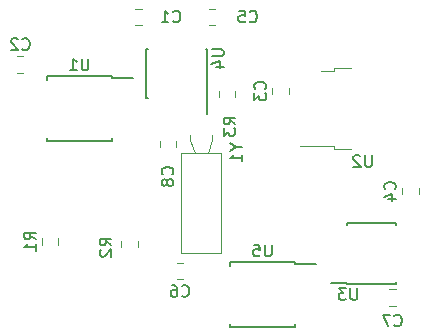
<source format=gbr>
G04 #@! TF.GenerationSoftware,KiCad,Pcbnew,(5.0.2)-1*
G04 #@! TF.CreationDate,2020-09-06T16:48:15+01:00*
G04 #@! TF.ProjectId,temperature-logger,74656d70-6572-4617-9475-72652d6c6f67,rev?*
G04 #@! TF.SameCoordinates,Original*
G04 #@! TF.FileFunction,Legend,Bot*
G04 #@! TF.FilePolarity,Positive*
%FSLAX46Y46*%
G04 Gerber Fmt 4.6, Leading zero omitted, Abs format (unit mm)*
G04 Created by KiCad (PCBNEW (5.0.2)-1) date 06/09/2020 16:48:15*
%MOMM*%
%LPD*%
G01*
G04 APERTURE LIST*
%ADD10C,0.120000*%
%ADD11C,0.150000*%
G04 APERTURE END LIST*
D10*
G04 #@! TO.C,C7*
X115761252Y-105290000D02*
X115238748Y-105290000D01*
X115761252Y-106710000D02*
X115238748Y-106710000D01*
G04 #@! TO.C,R3*
X102210000Y-89011252D02*
X102210000Y-88488748D01*
X100790000Y-89011252D02*
X100790000Y-88488748D01*
G04 #@! TO.C,C8*
X95790000Y-92738748D02*
X95790000Y-93261252D01*
X97210000Y-92738748D02*
X97210000Y-93261252D01*
D11*
G04 #@! TO.C,U3*
X111675000Y-104775000D02*
X110275000Y-104775000D01*
X111675000Y-99675000D02*
X115825000Y-99675000D01*
X111675000Y-104825000D02*
X115825000Y-104825000D01*
X111675000Y-99675000D02*
X111675000Y-99820000D01*
X115825000Y-99675000D02*
X115825000Y-99820000D01*
X115825000Y-104825000D02*
X115825000Y-104680000D01*
X111675000Y-104825000D02*
X111675000Y-104775000D01*
D10*
G04 #@! TO.C,C1*
X93738748Y-81540000D02*
X94261252Y-81540000D01*
X93738748Y-82960000D02*
X94261252Y-82960000D01*
G04 #@! TO.C,C2*
X84261252Y-85540000D02*
X83738748Y-85540000D01*
X84261252Y-86960000D02*
X83738748Y-86960000D01*
G04 #@! TO.C,C3*
X106710000Y-88238748D02*
X106710000Y-88761252D01*
X105290000Y-88238748D02*
X105290000Y-88761252D01*
G04 #@! TO.C,C4*
X117710000Y-96738748D02*
X117710000Y-97261252D01*
X116290000Y-96738748D02*
X116290000Y-97261252D01*
G04 #@! TO.C,C5*
X99988748Y-82960000D02*
X100511252Y-82960000D01*
X99988748Y-81540000D02*
X100511252Y-81540000D01*
G04 #@! TO.C,C6*
X97761252Y-104460000D02*
X97238748Y-104460000D01*
X97761252Y-103040000D02*
X97238748Y-103040000D01*
G04 #@! TO.C,R1*
X85790000Y-100988748D02*
X85790000Y-101511252D01*
X87210000Y-100988748D02*
X87210000Y-101511252D01*
G04 #@! TO.C,R2*
X93960000Y-101238748D02*
X93960000Y-101761252D01*
X92540000Y-101238748D02*
X92540000Y-101761252D01*
D11*
G04 #@! TO.C,U1*
X91750000Y-87450000D02*
X93500000Y-87450000D01*
X91750000Y-92755000D02*
X86250000Y-92755000D01*
X91750000Y-87245000D02*
X86250000Y-87245000D01*
X91750000Y-92755000D02*
X91750000Y-92455000D01*
X86250000Y-92755000D02*
X86250000Y-92455000D01*
X86250000Y-87245000D02*
X86250000Y-87545000D01*
X91750000Y-87245000D02*
X91750000Y-87450000D01*
D10*
G04 #@! TO.C,U2*
X112030000Y-93450000D02*
X110530000Y-93450000D01*
X110530000Y-93450000D02*
X110530000Y-93180000D01*
X110530000Y-93180000D02*
X107700000Y-93180000D01*
X112030000Y-86550000D02*
X110530000Y-86550000D01*
X110530000Y-86550000D02*
X110530000Y-86820000D01*
X110530000Y-86820000D02*
X109430000Y-86820000D01*
D11*
G04 #@! TO.C,U4*
X99825000Y-89075000D02*
X99775000Y-89075000D01*
X99825000Y-84925000D02*
X99680000Y-84925000D01*
X94675000Y-84925000D02*
X94820000Y-84925000D01*
X94675000Y-89075000D02*
X94820000Y-89075000D01*
X99825000Y-89075000D02*
X99825000Y-84925000D01*
X94675000Y-89075000D02*
X94675000Y-84925000D01*
X99775000Y-89075000D02*
X99775000Y-90475000D01*
G04 #@! TO.C,U5*
X107250000Y-102995000D02*
X107250000Y-103200000D01*
X101750000Y-102995000D02*
X101750000Y-103295000D01*
X101750000Y-108505000D02*
X101750000Y-108205000D01*
X107250000Y-108505000D02*
X107250000Y-108205000D01*
X107250000Y-102995000D02*
X101750000Y-102995000D01*
X107250000Y-108505000D02*
X101750000Y-108505000D01*
X107250000Y-103200000D02*
X109000000Y-103200000D01*
D10*
G04 #@! TO.C,Y1*
X101000000Y-93800000D02*
X101000000Y-102200000D01*
X101000000Y-102200000D02*
X97600000Y-102200000D01*
X97600000Y-102200000D02*
X97600000Y-93800000D01*
X97600000Y-93800000D02*
X101000000Y-93800000D01*
X99845000Y-93800000D02*
X100250000Y-92650000D01*
X100250000Y-92650000D02*
X100250000Y-92200000D01*
X98755000Y-93800000D02*
X98350000Y-92650000D01*
X98350000Y-92650000D02*
X98350000Y-92200000D01*
G04 #@! TD*
G04 #@! TO.C,C7*
D11*
X115666666Y-108357142D02*
X115714285Y-108404761D01*
X115857142Y-108452380D01*
X115952380Y-108452380D01*
X116095238Y-108404761D01*
X116190476Y-108309523D01*
X116238095Y-108214285D01*
X116285714Y-108023809D01*
X116285714Y-107880952D01*
X116238095Y-107690476D01*
X116190476Y-107595238D01*
X116095238Y-107500000D01*
X115952380Y-107452380D01*
X115857142Y-107452380D01*
X115714285Y-107500000D01*
X115666666Y-107547619D01*
X115333333Y-107452380D02*
X114666666Y-107452380D01*
X115095238Y-108452380D01*
G04 #@! TO.C,R3*
X102202380Y-91333333D02*
X101726190Y-91000000D01*
X102202380Y-90761904D02*
X101202380Y-90761904D01*
X101202380Y-91142857D01*
X101250000Y-91238095D01*
X101297619Y-91285714D01*
X101392857Y-91333333D01*
X101535714Y-91333333D01*
X101630952Y-91285714D01*
X101678571Y-91238095D01*
X101726190Y-91142857D01*
X101726190Y-90761904D01*
X101202380Y-91666666D02*
X101202380Y-92285714D01*
X101583333Y-91952380D01*
X101583333Y-92095238D01*
X101630952Y-92190476D01*
X101678571Y-92238095D01*
X101773809Y-92285714D01*
X102011904Y-92285714D01*
X102107142Y-92238095D01*
X102154761Y-92190476D01*
X102202380Y-92095238D01*
X102202380Y-91809523D01*
X102154761Y-91714285D01*
X102107142Y-91666666D01*
G04 #@! TO.C,C8*
X96857142Y-95583333D02*
X96904761Y-95535714D01*
X96952380Y-95392857D01*
X96952380Y-95297619D01*
X96904761Y-95154761D01*
X96809523Y-95059523D01*
X96714285Y-95011904D01*
X96523809Y-94964285D01*
X96380952Y-94964285D01*
X96190476Y-95011904D01*
X96095238Y-95059523D01*
X96000000Y-95154761D01*
X95952380Y-95297619D01*
X95952380Y-95392857D01*
X96000000Y-95535714D01*
X96047619Y-95583333D01*
X96380952Y-96154761D02*
X96333333Y-96059523D01*
X96285714Y-96011904D01*
X96190476Y-95964285D01*
X96142857Y-95964285D01*
X96047619Y-96011904D01*
X96000000Y-96059523D01*
X95952380Y-96154761D01*
X95952380Y-96345238D01*
X96000000Y-96440476D01*
X96047619Y-96488095D01*
X96142857Y-96535714D01*
X96190476Y-96535714D01*
X96285714Y-96488095D01*
X96333333Y-96440476D01*
X96380952Y-96345238D01*
X96380952Y-96154761D01*
X96428571Y-96059523D01*
X96476190Y-96011904D01*
X96571428Y-95964285D01*
X96761904Y-95964285D01*
X96857142Y-96011904D01*
X96904761Y-96059523D01*
X96952380Y-96154761D01*
X96952380Y-96345238D01*
X96904761Y-96440476D01*
X96857142Y-96488095D01*
X96761904Y-96535714D01*
X96571428Y-96535714D01*
X96476190Y-96488095D01*
X96428571Y-96440476D01*
X96380952Y-96345238D01*
G04 #@! TO.C,U3*
X112511904Y-105202380D02*
X112511904Y-106011904D01*
X112464285Y-106107142D01*
X112416666Y-106154761D01*
X112321428Y-106202380D01*
X112130952Y-106202380D01*
X112035714Y-106154761D01*
X111988095Y-106107142D01*
X111940476Y-106011904D01*
X111940476Y-105202380D01*
X111559523Y-105202380D02*
X110940476Y-105202380D01*
X111273809Y-105583333D01*
X111130952Y-105583333D01*
X111035714Y-105630952D01*
X110988095Y-105678571D01*
X110940476Y-105773809D01*
X110940476Y-106011904D01*
X110988095Y-106107142D01*
X111035714Y-106154761D01*
X111130952Y-106202380D01*
X111416666Y-106202380D01*
X111511904Y-106154761D01*
X111559523Y-106107142D01*
G04 #@! TO.C,C1*
X96916666Y-82607142D02*
X96964285Y-82654761D01*
X97107142Y-82702380D01*
X97202380Y-82702380D01*
X97345238Y-82654761D01*
X97440476Y-82559523D01*
X97488095Y-82464285D01*
X97535714Y-82273809D01*
X97535714Y-82130952D01*
X97488095Y-81940476D01*
X97440476Y-81845238D01*
X97345238Y-81750000D01*
X97202380Y-81702380D01*
X97107142Y-81702380D01*
X96964285Y-81750000D01*
X96916666Y-81797619D01*
X95964285Y-82702380D02*
X96535714Y-82702380D01*
X96250000Y-82702380D02*
X96250000Y-81702380D01*
X96345238Y-81845238D01*
X96440476Y-81940476D01*
X96535714Y-81988095D01*
G04 #@! TO.C,C2*
X84166666Y-84957142D02*
X84214285Y-85004761D01*
X84357142Y-85052380D01*
X84452380Y-85052380D01*
X84595238Y-85004761D01*
X84690476Y-84909523D01*
X84738095Y-84814285D01*
X84785714Y-84623809D01*
X84785714Y-84480952D01*
X84738095Y-84290476D01*
X84690476Y-84195238D01*
X84595238Y-84100000D01*
X84452380Y-84052380D01*
X84357142Y-84052380D01*
X84214285Y-84100000D01*
X84166666Y-84147619D01*
X83785714Y-84147619D02*
X83738095Y-84100000D01*
X83642857Y-84052380D01*
X83404761Y-84052380D01*
X83309523Y-84100000D01*
X83261904Y-84147619D01*
X83214285Y-84242857D01*
X83214285Y-84338095D01*
X83261904Y-84480952D01*
X83833333Y-85052380D01*
X83214285Y-85052380D01*
G04 #@! TO.C,C3*
X104707142Y-88333333D02*
X104754761Y-88285714D01*
X104802380Y-88142857D01*
X104802380Y-88047619D01*
X104754761Y-87904761D01*
X104659523Y-87809523D01*
X104564285Y-87761904D01*
X104373809Y-87714285D01*
X104230952Y-87714285D01*
X104040476Y-87761904D01*
X103945238Y-87809523D01*
X103850000Y-87904761D01*
X103802380Y-88047619D01*
X103802380Y-88142857D01*
X103850000Y-88285714D01*
X103897619Y-88333333D01*
X103802380Y-88666666D02*
X103802380Y-89285714D01*
X104183333Y-88952380D01*
X104183333Y-89095238D01*
X104230952Y-89190476D01*
X104278571Y-89238095D01*
X104373809Y-89285714D01*
X104611904Y-89285714D01*
X104707142Y-89238095D01*
X104754761Y-89190476D01*
X104802380Y-89095238D01*
X104802380Y-88809523D01*
X104754761Y-88714285D01*
X104707142Y-88666666D01*
G04 #@! TO.C,C4*
X115707142Y-96833333D02*
X115754761Y-96785714D01*
X115802380Y-96642857D01*
X115802380Y-96547619D01*
X115754761Y-96404761D01*
X115659523Y-96309523D01*
X115564285Y-96261904D01*
X115373809Y-96214285D01*
X115230952Y-96214285D01*
X115040476Y-96261904D01*
X114945238Y-96309523D01*
X114850000Y-96404761D01*
X114802380Y-96547619D01*
X114802380Y-96642857D01*
X114850000Y-96785714D01*
X114897619Y-96833333D01*
X115135714Y-97690476D02*
X115802380Y-97690476D01*
X114754761Y-97452380D02*
X115469047Y-97214285D01*
X115469047Y-97833333D01*
G04 #@! TO.C,C5*
X103416666Y-82607142D02*
X103464285Y-82654761D01*
X103607142Y-82702380D01*
X103702380Y-82702380D01*
X103845238Y-82654761D01*
X103940476Y-82559523D01*
X103988095Y-82464285D01*
X104035714Y-82273809D01*
X104035714Y-82130952D01*
X103988095Y-81940476D01*
X103940476Y-81845238D01*
X103845238Y-81750000D01*
X103702380Y-81702380D01*
X103607142Y-81702380D01*
X103464285Y-81750000D01*
X103416666Y-81797619D01*
X102511904Y-81702380D02*
X102988095Y-81702380D01*
X103035714Y-82178571D01*
X102988095Y-82130952D01*
X102892857Y-82083333D01*
X102654761Y-82083333D01*
X102559523Y-82130952D01*
X102511904Y-82178571D01*
X102464285Y-82273809D01*
X102464285Y-82511904D01*
X102511904Y-82607142D01*
X102559523Y-82654761D01*
X102654761Y-82702380D01*
X102892857Y-82702380D01*
X102988095Y-82654761D01*
X103035714Y-82607142D01*
G04 #@! TO.C,C6*
X97666666Y-105857142D02*
X97714285Y-105904761D01*
X97857142Y-105952380D01*
X97952380Y-105952380D01*
X98095238Y-105904761D01*
X98190476Y-105809523D01*
X98238095Y-105714285D01*
X98285714Y-105523809D01*
X98285714Y-105380952D01*
X98238095Y-105190476D01*
X98190476Y-105095238D01*
X98095238Y-105000000D01*
X97952380Y-104952380D01*
X97857142Y-104952380D01*
X97714285Y-105000000D01*
X97666666Y-105047619D01*
X96809523Y-104952380D02*
X97000000Y-104952380D01*
X97095238Y-105000000D01*
X97142857Y-105047619D01*
X97238095Y-105190476D01*
X97285714Y-105380952D01*
X97285714Y-105761904D01*
X97238095Y-105857142D01*
X97190476Y-105904761D01*
X97095238Y-105952380D01*
X96904761Y-105952380D01*
X96809523Y-105904761D01*
X96761904Y-105857142D01*
X96714285Y-105761904D01*
X96714285Y-105523809D01*
X96761904Y-105428571D01*
X96809523Y-105380952D01*
X96904761Y-105333333D01*
X97095238Y-105333333D01*
X97190476Y-105380952D01*
X97238095Y-105428571D01*
X97285714Y-105523809D01*
G04 #@! TO.C,R1*
X85302380Y-101083333D02*
X84826190Y-100750000D01*
X85302380Y-100511904D02*
X84302380Y-100511904D01*
X84302380Y-100892857D01*
X84350000Y-100988095D01*
X84397619Y-101035714D01*
X84492857Y-101083333D01*
X84635714Y-101083333D01*
X84730952Y-101035714D01*
X84778571Y-100988095D01*
X84826190Y-100892857D01*
X84826190Y-100511904D01*
X85302380Y-102035714D02*
X85302380Y-101464285D01*
X85302380Y-101750000D02*
X84302380Y-101750000D01*
X84445238Y-101654761D01*
X84540476Y-101559523D01*
X84588095Y-101464285D01*
G04 #@! TO.C,R2*
X91702380Y-101583333D02*
X91226190Y-101250000D01*
X91702380Y-101011904D02*
X90702380Y-101011904D01*
X90702380Y-101392857D01*
X90750000Y-101488095D01*
X90797619Y-101535714D01*
X90892857Y-101583333D01*
X91035714Y-101583333D01*
X91130952Y-101535714D01*
X91178571Y-101488095D01*
X91226190Y-101392857D01*
X91226190Y-101011904D01*
X90797619Y-101964285D02*
X90750000Y-102011904D01*
X90702380Y-102107142D01*
X90702380Y-102345238D01*
X90750000Y-102440476D01*
X90797619Y-102488095D01*
X90892857Y-102535714D01*
X90988095Y-102535714D01*
X91130952Y-102488095D01*
X91702380Y-101916666D01*
X91702380Y-102535714D01*
G04 #@! TO.C,U1*
X89761904Y-85772380D02*
X89761904Y-86581904D01*
X89714285Y-86677142D01*
X89666666Y-86724761D01*
X89571428Y-86772380D01*
X89380952Y-86772380D01*
X89285714Y-86724761D01*
X89238095Y-86677142D01*
X89190476Y-86581904D01*
X89190476Y-85772380D01*
X88190476Y-86772380D02*
X88761904Y-86772380D01*
X88476190Y-86772380D02*
X88476190Y-85772380D01*
X88571428Y-85915238D01*
X88666666Y-86010476D01*
X88761904Y-86058095D01*
G04 #@! TO.C,U2*
X113761904Y-93952380D02*
X113761904Y-94761904D01*
X113714285Y-94857142D01*
X113666666Y-94904761D01*
X113571428Y-94952380D01*
X113380952Y-94952380D01*
X113285714Y-94904761D01*
X113238095Y-94857142D01*
X113190476Y-94761904D01*
X113190476Y-93952380D01*
X112761904Y-94047619D02*
X112714285Y-94000000D01*
X112619047Y-93952380D01*
X112380952Y-93952380D01*
X112285714Y-94000000D01*
X112238095Y-94047619D01*
X112190476Y-94142857D01*
X112190476Y-94238095D01*
X112238095Y-94380952D01*
X112809523Y-94952380D01*
X112190476Y-94952380D01*
G04 #@! TO.C,U4*
X100202380Y-84988095D02*
X101011904Y-84988095D01*
X101107142Y-85035714D01*
X101154761Y-85083333D01*
X101202380Y-85178571D01*
X101202380Y-85369047D01*
X101154761Y-85464285D01*
X101107142Y-85511904D01*
X101011904Y-85559523D01*
X100202380Y-85559523D01*
X100535714Y-86464285D02*
X101202380Y-86464285D01*
X100154761Y-86226190D02*
X100869047Y-85988095D01*
X100869047Y-86607142D01*
G04 #@! TO.C,U5*
X105261904Y-101522380D02*
X105261904Y-102331904D01*
X105214285Y-102427142D01*
X105166666Y-102474761D01*
X105071428Y-102522380D01*
X104880952Y-102522380D01*
X104785714Y-102474761D01*
X104738095Y-102427142D01*
X104690476Y-102331904D01*
X104690476Y-101522380D01*
X103738095Y-101522380D02*
X104214285Y-101522380D01*
X104261904Y-101998571D01*
X104214285Y-101950952D01*
X104119047Y-101903333D01*
X103880952Y-101903333D01*
X103785714Y-101950952D01*
X103738095Y-101998571D01*
X103690476Y-102093809D01*
X103690476Y-102331904D01*
X103738095Y-102427142D01*
X103785714Y-102474761D01*
X103880952Y-102522380D01*
X104119047Y-102522380D01*
X104214285Y-102474761D01*
X104261904Y-102427142D01*
G04 #@! TO.C,Y1*
X102296190Y-93273809D02*
X102772380Y-93273809D01*
X101772380Y-92940476D02*
X102296190Y-93273809D01*
X101772380Y-93607142D01*
X102772380Y-94464285D02*
X102772380Y-93892857D01*
X102772380Y-94178571D02*
X101772380Y-94178571D01*
X101915238Y-94083333D01*
X102010476Y-93988095D01*
X102058095Y-93892857D01*
G04 #@! TD*
M02*

</source>
